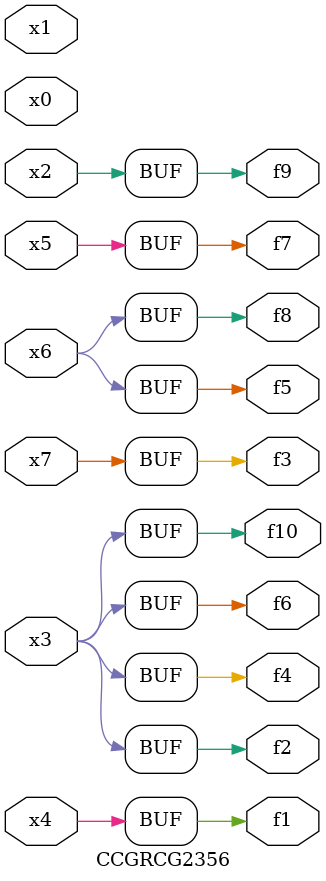
<source format=v>
module CCGRCG2356(
	input x0, x1, x2, x3, x4, x5, x6, x7,
	output f1, f2, f3, f4, f5, f6, f7, f8, f9, f10
);
	assign f1 = x4;
	assign f2 = x3;
	assign f3 = x7;
	assign f4 = x3;
	assign f5 = x6;
	assign f6 = x3;
	assign f7 = x5;
	assign f8 = x6;
	assign f9 = x2;
	assign f10 = x3;
endmodule

</source>
